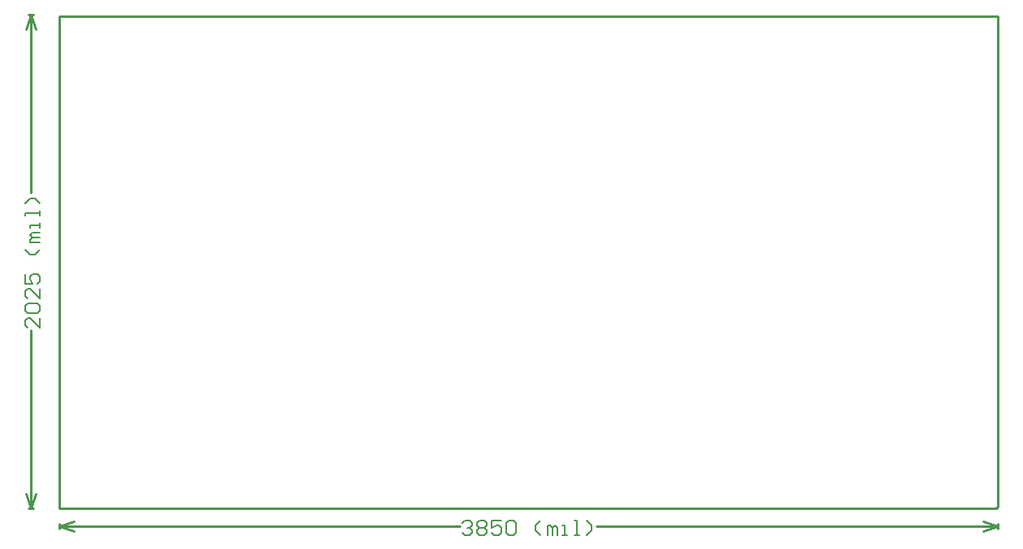
<source format=gm1>
G04*
G04 #@! TF.GenerationSoftware,Altium Limited,Altium Designer,20.0.2 (26)*
G04*
G04 Layer_Color=16711935*
%FSLAX44Y44*%
%MOMM*%
G71*
G01*
G75*
%ADD14C,0.2540*%
%ADD64C,0.1524*%
D14*
X309880Y1268730D02*
X309880Y756920D01*
X1286510D01*
X1287780Y758190D01*
Y1268730D01*
X309880D02*
X1287780D01*
X1287548Y735330D02*
Y740410D01*
X309648Y735330D02*
Y740410D01*
X1272308Y732790D02*
X1287548Y737870D01*
X1272308Y742950D02*
X1287548Y737870D01*
X309648Y737870D02*
X324888Y732790D01*
X309648Y737870D02*
X324888Y742950D01*
X869950Y737870D02*
X1287548D01*
X309648Y737870D02*
X727245D01*
X277878Y1270867D02*
X282959D01*
X277878Y756517D02*
X282959D01*
X280418Y1270867D02*
X285499Y1255627D01*
X275338D02*
X280418Y1270867D01*
X280418Y756517D02*
X285499Y771757D01*
X275338D02*
X280418Y756517D01*
X280418Y1085044D02*
Y1270867D01*
X280418Y756517D02*
Y942340D01*
D64*
X729786Y741424D02*
X732325Y743963D01*
X737403D01*
X739942Y741424D01*
Y738885D01*
X737403Y736346D01*
X734864D01*
X737403D01*
X739942Y733807D01*
Y731268D01*
X737403Y728728D01*
X732325D01*
X729786Y731268D01*
X745021Y741424D02*
X747560Y743963D01*
X752638D01*
X755177Y741424D01*
Y738885D01*
X752638Y736346D01*
X755177Y733807D01*
Y731268D01*
X752638Y728728D01*
X747560D01*
X745021Y731268D01*
Y733807D01*
X747560Y736346D01*
X745021Y738885D01*
Y741424D01*
X747560Y736346D02*
X752638D01*
X770412Y743963D02*
X760256D01*
Y736346D01*
X765334Y738885D01*
X767873D01*
X770412Y736346D01*
Y731268D01*
X767873Y728728D01*
X762795D01*
X760256Y731268D01*
X775491Y741424D02*
X778030Y743963D01*
X783108D01*
X785648Y741424D01*
Y731268D01*
X783108Y728728D01*
X778030D01*
X775491Y731268D01*
Y741424D01*
X811039Y728728D02*
X805961Y733807D01*
Y738885D01*
X811039Y743963D01*
X818657Y728728D02*
Y738885D01*
X821196D01*
X823735Y736346D01*
Y728728D01*
Y736346D01*
X826274Y738885D01*
X828813Y736346D01*
Y728728D01*
X833892D02*
X838970D01*
X836431D01*
Y738885D01*
X833892D01*
X846588Y728728D02*
X851666D01*
X849127D01*
Y743963D01*
X846588D01*
X859284Y728728D02*
X864362Y733807D01*
Y738885D01*
X859284Y743963D01*
X289560Y955037D02*
Y944880D01*
X279403Y955037D01*
X276864D01*
X274325Y952497D01*
Y947419D01*
X276864Y944880D01*
Y960115D02*
X274325Y962654D01*
Y967733D01*
X276864Y970272D01*
X287021D01*
X289560Y967733D01*
Y962654D01*
X287021Y960115D01*
X276864D01*
X289560Y985507D02*
Y975350D01*
X279403Y985507D01*
X276864D01*
X274325Y982968D01*
Y977889D01*
X276864Y975350D01*
X274325Y1000742D02*
Y990585D01*
X281943D01*
X279403Y995664D01*
Y998203D01*
X281943Y1000742D01*
X287021D01*
X289560Y998203D01*
Y993124D01*
X287021Y990585D01*
X289560Y1026134D02*
X284482Y1021055D01*
X279403D01*
X274325Y1026134D01*
X289560Y1033751D02*
X279403D01*
Y1036290D01*
X281943Y1038830D01*
X289560D01*
X281943D01*
X279403Y1041369D01*
X281943Y1043908D01*
X289560D01*
Y1048986D02*
Y1054065D01*
Y1051525D01*
X279403D01*
Y1048986D01*
X289560Y1061682D02*
Y1066761D01*
Y1064221D01*
X274325D01*
Y1061682D01*
X289560Y1074378D02*
X284482Y1079456D01*
X279403D01*
X274325Y1074378D01*
M02*

</source>
